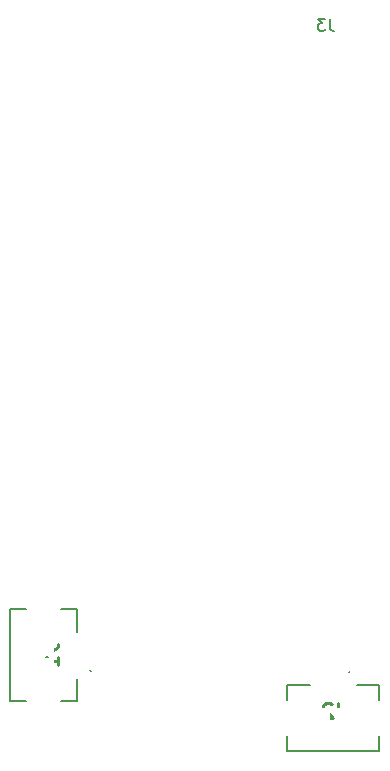
<source format=gbo>
%TF.GenerationSoftware,KiCad,Pcbnew,5.1.8-5.1.8*%
%TF.CreationDate,2022-01-13T22:28:20+01:00*%
%TF.ProjectId,usb_binary_clk,7573625f-6269-46e6-9172-795f636c6b2e,rev?*%
%TF.SameCoordinates,Original*%
%TF.FileFunction,Legend,Bot*%
%TF.FilePolarity,Positive*%
%FSLAX46Y46*%
G04 Gerber Fmt 4.6, Leading zero omitted, Abs format (unit mm)*
G04 Created by KiCad (PCBNEW 5.1.8-5.1.8) date 2022-01-13 22:28:20*
%MOMM*%
%LPD*%
G01*
G04 APERTURE LIST*
%ADD10C,0.100000*%
%ADD11C,0.200000*%
%ADD12C,0.150000*%
%ADD13C,0.254000*%
%ADD14C,0.010000*%
%ADD15C,2.000000*%
%ADD16C,1.800000*%
%ADD17R,1.800000X1.800000*%
%ADD18O,1.600000X1.600000*%
%ADD19C,1.600000*%
%ADD20R,0.400000X1.350000*%
%ADD21R,1.900000X1.900000*%
%ADD22R,1.350000X0.400000*%
%ADD23C,10.200000*%
%ADD24R,2.500000X5.100000*%
%ADD25C,1.000000*%
%ADD26R,1.600000X1.600000*%
G04 APERTURE END LIST*
D10*
X154970000Y-97854000D02*
X154970000Y-97854000D01*
X154970000Y-97954000D02*
X154970000Y-97954000D01*
D11*
X149770000Y-99039000D02*
X149770000Y-100354000D01*
X151670000Y-99039000D02*
X149770000Y-99039000D01*
X157570000Y-99039000D02*
X155670000Y-99039000D01*
X157570000Y-100354000D02*
X157570000Y-99039000D01*
X149770000Y-104669000D02*
X149770000Y-103354000D01*
X157570000Y-104669000D02*
X149770000Y-104669000D01*
X157570000Y-103354000D02*
X157570000Y-104669000D01*
D10*
X154970000Y-97854000D02*
G75*
G03*
X154970000Y-97954000I0J-50000D01*
G01*
X154970000Y-97954000D02*
G75*
G03*
X154970000Y-97854000I0J50000D01*
G01*
X133159000Y-97820000D02*
X133159000Y-97820000D01*
X133059000Y-97820000D02*
X133059000Y-97820000D01*
D11*
X131974000Y-92620000D02*
X130659000Y-92620000D01*
X131974000Y-94520000D02*
X131974000Y-92620000D01*
X131974000Y-100420000D02*
X131974000Y-98520000D01*
X130659000Y-100420000D02*
X131974000Y-100420000D01*
X126344000Y-92620000D02*
X127659000Y-92620000D01*
X126344000Y-100420000D02*
X126344000Y-92620000D01*
X127659000Y-100420000D02*
X126344000Y-100420000D01*
D10*
X133159000Y-97820000D02*
G75*
G03*
X133059000Y-97820000I-50000J0D01*
G01*
X133059000Y-97820000D02*
G75*
G03*
X133159000Y-97820000I50000J0D01*
G01*
D12*
X153368333Y-42632380D02*
X153368333Y-43346666D01*
X153415952Y-43489523D01*
X153511190Y-43584761D01*
X153654047Y-43632380D01*
X153749285Y-43632380D01*
X152987380Y-42632380D02*
X152368333Y-42632380D01*
X152701666Y-43013333D01*
X152558809Y-43013333D01*
X152463571Y-43060952D01*
X152415952Y-43108571D01*
X152368333Y-43203809D01*
X152368333Y-43441904D01*
X152415952Y-43537142D01*
X152463571Y-43584761D01*
X152558809Y-43632380D01*
X152844523Y-43632380D01*
X152939761Y-43584761D01*
X152987380Y-43537142D01*
D13*
X154093333Y-100565523D02*
X154093333Y-101472666D01*
X154153809Y-101654095D01*
X154274761Y-101775047D01*
X154456190Y-101835523D01*
X154577142Y-101835523D01*
X153549047Y-100686476D02*
X153488571Y-100626000D01*
X153367619Y-100565523D01*
X153065238Y-100565523D01*
X152944285Y-100626000D01*
X152883809Y-100686476D01*
X152823333Y-100807428D01*
X152823333Y-100928380D01*
X152883809Y-101109809D01*
X153609523Y-101835523D01*
X152823333Y-101835523D01*
X129056523Y-96096666D02*
X129963666Y-96096666D01*
X130145095Y-96036190D01*
X130266047Y-95915238D01*
X130326523Y-95733809D01*
X130326523Y-95612857D01*
X130326523Y-97366666D02*
X130326523Y-96640952D01*
X130326523Y-97003809D02*
X129056523Y-97003809D01*
X129237952Y-96882857D01*
X129358904Y-96761904D01*
X129419380Y-96640952D01*
D12*
X138580714Y-44513571D02*
X138437857Y-44561190D01*
X138390238Y-44608809D01*
X138342619Y-44704047D01*
X138342619Y-44846904D01*
X138390238Y-44942142D01*
X138437857Y-44989761D01*
X138533095Y-45037380D01*
X138914047Y-45037380D01*
X138914047Y-44037380D01*
X138580714Y-44037380D01*
X138485476Y-44085000D01*
X138437857Y-44132619D01*
X138390238Y-44227857D01*
X138390238Y-44323095D01*
X138437857Y-44418333D01*
X138485476Y-44465952D01*
X138580714Y-44513571D01*
X138914047Y-44513571D01*
X138056904Y-44037380D02*
X137485476Y-44037380D01*
X137771190Y-45037380D02*
X137771190Y-44037380D01*
X136628333Y-45037380D02*
X137199761Y-45037380D01*
X136914047Y-45037380D02*
X136914047Y-44037380D01*
X137009285Y-44180238D01*
X137104523Y-44275476D01*
X137199761Y-44323095D01*
%LPC*%
D14*
G36*
X171577000Y-52451000D02*
G01*
X175641000Y-52451000D01*
X175641000Y-48967572D01*
X175060428Y-48967572D01*
X175060428Y-51870429D01*
X172157571Y-51870429D01*
X172157571Y-48967572D01*
X175060428Y-48967572D01*
X175641000Y-48967572D01*
X175641000Y-48387000D01*
X171577000Y-48387000D01*
X171577000Y-52451000D01*
G37*
X171577000Y-52451000D02*
X175641000Y-52451000D01*
X175641000Y-48967572D01*
X175060428Y-48967572D01*
X175060428Y-51870429D01*
X172157571Y-51870429D01*
X172157571Y-48967572D01*
X175060428Y-48967572D01*
X175641000Y-48967572D01*
X175641000Y-48387000D01*
X171577000Y-48387000D01*
X171577000Y-52451000D01*
G36*
X164029571Y-47806429D02*
G01*
X163449000Y-47806429D01*
X163449000Y-48387000D01*
X164029571Y-48387000D01*
X164029571Y-49548143D01*
X165771285Y-49548143D01*
X165771285Y-48387000D01*
X166351857Y-48387000D01*
X166351857Y-49548143D01*
X166932428Y-49548143D01*
X166932428Y-50709286D01*
X167513000Y-50709286D01*
X167513000Y-51870429D01*
X168093571Y-51870429D01*
X168093571Y-52451000D01*
X169254714Y-52451000D01*
X169254714Y-51289857D01*
X169835285Y-51289857D01*
X169835285Y-50709286D01*
X170415857Y-50709286D01*
X170415857Y-51870429D01*
X169835285Y-51870429D01*
X169835285Y-52451000D01*
X170996428Y-52451000D01*
X170996428Y-49548143D01*
X170415857Y-49548143D01*
X170415857Y-50128715D01*
X169835285Y-50128715D01*
X169835285Y-49548143D01*
X168674143Y-49548143D01*
X168674143Y-50128715D01*
X169254714Y-50128715D01*
X169254714Y-50709286D01*
X168093571Y-50709286D01*
X168093571Y-50128715D01*
X167513000Y-50128715D01*
X167513000Y-49548143D01*
X168093571Y-49548143D01*
X168093571Y-48967572D01*
X169254714Y-48967572D01*
X169254714Y-48387000D01*
X168093571Y-48387000D01*
X168093571Y-48967572D01*
X167513000Y-48967572D01*
X167513000Y-49548143D01*
X166932428Y-49548143D01*
X166932428Y-48387000D01*
X168093571Y-48387000D01*
X168093571Y-47806429D01*
X167513000Y-47806429D01*
X167513000Y-47225857D01*
X166932428Y-47225857D01*
X166932428Y-47806429D01*
X166351857Y-47806429D01*
X166351857Y-47225857D01*
X165771285Y-47225857D01*
X165771285Y-48387000D01*
X164610143Y-48387000D01*
X164610143Y-47225857D01*
X165771285Y-47225857D01*
X165771285Y-46645286D01*
X164610143Y-46645286D01*
X164610143Y-46064715D01*
X164029571Y-46064715D01*
X164029571Y-47806429D01*
G37*
X164029571Y-47806429D02*
X163449000Y-47806429D01*
X163449000Y-48387000D01*
X164029571Y-48387000D01*
X164029571Y-49548143D01*
X165771285Y-49548143D01*
X165771285Y-48387000D01*
X166351857Y-48387000D01*
X166351857Y-49548143D01*
X166932428Y-49548143D01*
X166932428Y-50709286D01*
X167513000Y-50709286D01*
X167513000Y-51870429D01*
X168093571Y-51870429D01*
X168093571Y-52451000D01*
X169254714Y-52451000D01*
X169254714Y-51289857D01*
X169835285Y-51289857D01*
X169835285Y-50709286D01*
X170415857Y-50709286D01*
X170415857Y-51870429D01*
X169835285Y-51870429D01*
X169835285Y-52451000D01*
X170996428Y-52451000D01*
X170996428Y-49548143D01*
X170415857Y-49548143D01*
X170415857Y-50128715D01*
X169835285Y-50128715D01*
X169835285Y-49548143D01*
X168674143Y-49548143D01*
X168674143Y-50128715D01*
X169254714Y-50128715D01*
X169254714Y-50709286D01*
X168093571Y-50709286D01*
X168093571Y-50128715D01*
X167513000Y-50128715D01*
X167513000Y-49548143D01*
X168093571Y-49548143D01*
X168093571Y-48967572D01*
X169254714Y-48967572D01*
X169254714Y-48387000D01*
X168093571Y-48387000D01*
X168093571Y-48967572D01*
X167513000Y-48967572D01*
X167513000Y-49548143D01*
X166932428Y-49548143D01*
X166932428Y-48387000D01*
X168093571Y-48387000D01*
X168093571Y-47806429D01*
X167513000Y-47806429D01*
X167513000Y-47225857D01*
X166932428Y-47225857D01*
X166932428Y-47806429D01*
X166351857Y-47806429D01*
X166351857Y-47225857D01*
X165771285Y-47225857D01*
X165771285Y-48387000D01*
X164610143Y-48387000D01*
X164610143Y-47225857D01*
X165771285Y-47225857D01*
X165771285Y-46645286D01*
X164610143Y-46645286D01*
X164610143Y-46064715D01*
X164029571Y-46064715D01*
X164029571Y-47806429D01*
G36*
X166351857Y-52451000D02*
G01*
X167513000Y-52451000D01*
X167513000Y-51870429D01*
X166351857Y-51870429D01*
X166351857Y-52451000D01*
G37*
X166351857Y-52451000D02*
X167513000Y-52451000D01*
X167513000Y-51870429D01*
X166351857Y-51870429D01*
X166351857Y-52451000D01*
G36*
X169835285Y-44323000D02*
G01*
X169835285Y-45484143D01*
X169254714Y-45484143D01*
X168674143Y-45484143D01*
X168674143Y-46064715D01*
X167513000Y-46064715D01*
X167513000Y-45484143D01*
X168674143Y-45484143D01*
X169254714Y-45484143D01*
X169254714Y-44323000D01*
X169835285Y-44323000D01*
X169835285Y-43742429D01*
X169254714Y-43742429D01*
X169254714Y-44323000D01*
X168674143Y-44323000D01*
X168674143Y-43161857D01*
X168093571Y-43161857D01*
X168093571Y-44903572D01*
X167513000Y-44903572D01*
X167513000Y-45484143D01*
X166932428Y-45484143D01*
X166932428Y-44903572D01*
X166351857Y-44903572D01*
X166351857Y-45484143D01*
X165771285Y-45484143D01*
X165771285Y-44903572D01*
X165190714Y-44903572D01*
X165190714Y-46064715D01*
X167513000Y-46064715D01*
X167513000Y-47225857D01*
X168093571Y-47225857D01*
X168093571Y-47806429D01*
X168674143Y-47806429D01*
X168674143Y-47225857D01*
X169254714Y-47225857D01*
X169254714Y-48387000D01*
X169835285Y-48387000D01*
X169835285Y-48967572D01*
X170996428Y-48967572D01*
X170996428Y-47806429D01*
X170415857Y-47806429D01*
X170415857Y-48387000D01*
X169835285Y-48387000D01*
X169835285Y-47806429D01*
X170415857Y-47806429D01*
X170415857Y-47225857D01*
X169835285Y-47225857D01*
X169835285Y-46645286D01*
X169254714Y-46645286D01*
X169254714Y-46064715D01*
X169835285Y-46064715D01*
X169835285Y-45484143D01*
X170415857Y-45484143D01*
X170415857Y-46645286D01*
X170996428Y-46645286D01*
X170996428Y-47225857D01*
X171577000Y-47225857D01*
X171577000Y-47806429D01*
X172157571Y-47806429D01*
X172157571Y-47225857D01*
X172738143Y-47225857D01*
X172738143Y-47806429D01*
X173318714Y-47806429D01*
X173318714Y-47225857D01*
X172738143Y-47225857D01*
X172738143Y-46645286D01*
X173318714Y-46645286D01*
X173318714Y-47225857D01*
X173899285Y-47225857D01*
X173899285Y-47806429D01*
X174479857Y-47806429D01*
X174479857Y-46645286D01*
X175060428Y-46645286D01*
X175060428Y-45484143D01*
X174479857Y-45484143D01*
X174479857Y-46645286D01*
X173318714Y-46645286D01*
X173318714Y-46064715D01*
X173899285Y-46064715D01*
X173899285Y-45484143D01*
X174479857Y-45484143D01*
X175060428Y-45484143D01*
X175641000Y-45484143D01*
X175641000Y-44903572D01*
X172738143Y-44903572D01*
X172738143Y-46645286D01*
X172157571Y-46645286D01*
X172157571Y-47225857D01*
X171577000Y-47225857D01*
X171577000Y-46645286D01*
X172157571Y-46645286D01*
X172157571Y-46064715D01*
X171577000Y-46064715D01*
X171577000Y-45484143D01*
X172157571Y-45484143D01*
X172157571Y-44903572D01*
X170415857Y-44903572D01*
X170415857Y-44323000D01*
X169835285Y-44323000D01*
G37*
X169835285Y-44323000D02*
X169835285Y-45484143D01*
X169254714Y-45484143D01*
X168674143Y-45484143D01*
X168674143Y-46064715D01*
X167513000Y-46064715D01*
X167513000Y-45484143D01*
X168674143Y-45484143D01*
X169254714Y-45484143D01*
X169254714Y-44323000D01*
X169835285Y-44323000D01*
X169835285Y-43742429D01*
X169254714Y-43742429D01*
X169254714Y-44323000D01*
X168674143Y-44323000D01*
X168674143Y-43161857D01*
X168093571Y-43161857D01*
X168093571Y-44903572D01*
X167513000Y-44903572D01*
X167513000Y-45484143D01*
X166932428Y-45484143D01*
X166932428Y-44903572D01*
X166351857Y-44903572D01*
X166351857Y-45484143D01*
X165771285Y-45484143D01*
X165771285Y-44903572D01*
X165190714Y-44903572D01*
X165190714Y-46064715D01*
X167513000Y-46064715D01*
X167513000Y-47225857D01*
X168093571Y-47225857D01*
X168093571Y-47806429D01*
X168674143Y-47806429D01*
X168674143Y-47225857D01*
X169254714Y-47225857D01*
X169254714Y-48387000D01*
X169835285Y-48387000D01*
X169835285Y-48967572D01*
X170996428Y-48967572D01*
X170996428Y-47806429D01*
X170415857Y-47806429D01*
X170415857Y-48387000D01*
X169835285Y-48387000D01*
X169835285Y-47806429D01*
X170415857Y-47806429D01*
X170415857Y-47225857D01*
X169835285Y-47225857D01*
X169835285Y-46645286D01*
X169254714Y-46645286D01*
X169254714Y-46064715D01*
X169835285Y-46064715D01*
X169835285Y-45484143D01*
X170415857Y-45484143D01*
X170415857Y-46645286D01*
X170996428Y-46645286D01*
X170996428Y-47225857D01*
X171577000Y-47225857D01*
X171577000Y-47806429D01*
X172157571Y-47806429D01*
X172157571Y-47225857D01*
X172738143Y-47225857D01*
X172738143Y-47806429D01*
X173318714Y-47806429D01*
X173318714Y-47225857D01*
X172738143Y-47225857D01*
X172738143Y-46645286D01*
X173318714Y-46645286D01*
X173318714Y-47225857D01*
X173899285Y-47225857D01*
X173899285Y-47806429D01*
X174479857Y-47806429D01*
X174479857Y-46645286D01*
X175060428Y-46645286D01*
X175060428Y-45484143D01*
X174479857Y-45484143D01*
X174479857Y-46645286D01*
X173318714Y-46645286D01*
X173318714Y-46064715D01*
X173899285Y-46064715D01*
X173899285Y-45484143D01*
X174479857Y-45484143D01*
X175060428Y-45484143D01*
X175641000Y-45484143D01*
X175641000Y-44903572D01*
X172738143Y-44903572D01*
X172738143Y-46645286D01*
X172157571Y-46645286D01*
X172157571Y-47225857D01*
X171577000Y-47225857D01*
X171577000Y-46645286D01*
X172157571Y-46645286D01*
X172157571Y-46064715D01*
X171577000Y-46064715D01*
X171577000Y-45484143D01*
X172157571Y-45484143D01*
X172157571Y-44903572D01*
X170415857Y-44903572D01*
X170415857Y-44323000D01*
X169835285Y-44323000D01*
G36*
X164610143Y-45484143D02*
G01*
X164610143Y-44903572D01*
X164029571Y-44903572D01*
X164029571Y-45484143D01*
X164610143Y-45484143D01*
G37*
X164610143Y-45484143D02*
X164610143Y-44903572D01*
X164029571Y-44903572D01*
X164029571Y-45484143D01*
X164610143Y-45484143D01*
G36*
X164029571Y-45484143D02*
G01*
X163449000Y-45484143D01*
X163449000Y-46064715D01*
X164029571Y-46064715D01*
X164029571Y-45484143D01*
G37*
X164029571Y-45484143D02*
X163449000Y-45484143D01*
X163449000Y-46064715D01*
X164029571Y-46064715D01*
X164029571Y-45484143D01*
G36*
X170996428Y-44323000D02*
G01*
X170996428Y-43161857D01*
X170415857Y-43161857D01*
X170415857Y-44323000D01*
X170996428Y-44323000D01*
G37*
X170996428Y-44323000D02*
X170996428Y-43161857D01*
X170415857Y-43161857D01*
X170415857Y-44323000D01*
X170996428Y-44323000D01*
G36*
X164029571Y-51870429D02*
G01*
X164029571Y-52451000D01*
X164610143Y-52451000D01*
X164610143Y-51870429D01*
X164029571Y-51870429D01*
G37*
X164029571Y-51870429D02*
X164029571Y-52451000D01*
X164610143Y-52451000D01*
X164610143Y-51870429D01*
X164029571Y-51870429D01*
G36*
X166351857Y-50709286D02*
G01*
X166351857Y-50128715D01*
X165771285Y-50128715D01*
X165771285Y-50709286D01*
X166351857Y-50709286D01*
G37*
X166351857Y-50709286D02*
X166351857Y-50128715D01*
X165771285Y-50128715D01*
X165771285Y-50709286D01*
X166351857Y-50709286D01*
G36*
X165771285Y-51870429D02*
G01*
X165771285Y-50709286D01*
X165190714Y-50709286D01*
X165190714Y-51289857D01*
X164610143Y-51289857D01*
X164610143Y-51870429D01*
X165771285Y-51870429D01*
G37*
X165771285Y-51870429D02*
X165771285Y-50709286D01*
X165190714Y-50709286D01*
X165190714Y-51289857D01*
X164610143Y-51289857D01*
X164610143Y-51870429D01*
X165771285Y-51870429D01*
G36*
X164029571Y-50709286D02*
G01*
X164610143Y-50709286D01*
X164610143Y-50128715D01*
X164029571Y-50128715D01*
X164029571Y-50709286D01*
G37*
X164029571Y-50709286D02*
X164610143Y-50709286D01*
X164610143Y-50128715D01*
X164029571Y-50128715D01*
X164029571Y-50709286D01*
G36*
X171577000Y-44323000D02*
G01*
X175641000Y-44323000D01*
X175641000Y-40839572D01*
X175060428Y-40839572D01*
X175060428Y-43742429D01*
X172157571Y-43742429D01*
X172157571Y-40839572D01*
X175060428Y-40839572D01*
X175641000Y-40839572D01*
X175641000Y-40259000D01*
X171577000Y-40259000D01*
X171577000Y-44323000D01*
G37*
X171577000Y-44323000D02*
X175641000Y-44323000D01*
X175641000Y-40839572D01*
X175060428Y-40839572D01*
X175060428Y-43742429D01*
X172157571Y-43742429D01*
X172157571Y-40839572D01*
X175060428Y-40839572D01*
X175641000Y-40839572D01*
X175641000Y-40259000D01*
X171577000Y-40259000D01*
X171577000Y-44323000D01*
G36*
X163449000Y-44323000D02*
G01*
X167513000Y-44323000D01*
X167513000Y-40839572D01*
X166932428Y-40839572D01*
X166932428Y-43742429D01*
X164029571Y-43742429D01*
X164029571Y-40839572D01*
X166932428Y-40839572D01*
X167513000Y-40839572D01*
X167513000Y-40259000D01*
X163449000Y-40259000D01*
X163449000Y-44323000D01*
G37*
X163449000Y-44323000D02*
X167513000Y-44323000D01*
X167513000Y-40839572D01*
X166932428Y-40839572D01*
X166932428Y-43742429D01*
X164029571Y-43742429D01*
X164029571Y-40839572D01*
X166932428Y-40839572D01*
X167513000Y-40839572D01*
X167513000Y-40259000D01*
X163449000Y-40259000D01*
X163449000Y-44323000D01*
G36*
X168674143Y-42581286D02*
G01*
X170996428Y-42581286D01*
X170996428Y-42000715D01*
X168674143Y-42000715D01*
X168674143Y-42581286D01*
G37*
X168674143Y-42581286D02*
X170996428Y-42581286D01*
X170996428Y-42000715D01*
X168674143Y-42000715D01*
X168674143Y-42581286D01*
G36*
X169835285Y-41420143D02*
G01*
X170996428Y-41420143D01*
X170996428Y-40839572D01*
X169835285Y-40839572D01*
X169835285Y-41420143D01*
G37*
X169835285Y-41420143D02*
X170996428Y-41420143D01*
X170996428Y-40839572D01*
X169835285Y-40839572D01*
X169835285Y-41420143D01*
G36*
X168093571Y-41420143D02*
G01*
X169254714Y-41420143D01*
X169254714Y-40839572D01*
X168093571Y-40839572D01*
X168093571Y-41420143D01*
G37*
X168093571Y-41420143D02*
X169254714Y-41420143D01*
X169254714Y-40839572D01*
X168093571Y-40839572D01*
X168093571Y-41420143D01*
G36*
X172738143Y-51289857D02*
G01*
X174479857Y-51289857D01*
X174479857Y-49548143D01*
X172738143Y-49548143D01*
X172738143Y-51289857D01*
G37*
X172738143Y-51289857D02*
X174479857Y-51289857D01*
X174479857Y-49548143D01*
X172738143Y-49548143D01*
X172738143Y-51289857D01*
G36*
X172738143Y-43161857D02*
G01*
X174479857Y-43161857D01*
X174479857Y-41420143D01*
X172738143Y-41420143D01*
X172738143Y-43161857D01*
G37*
X172738143Y-43161857D02*
X174479857Y-43161857D01*
X174479857Y-41420143D01*
X172738143Y-41420143D01*
X172738143Y-43161857D01*
G36*
X164610143Y-43161857D02*
G01*
X166351857Y-43161857D01*
X166351857Y-41420143D01*
X164610143Y-41420143D01*
X164610143Y-43161857D01*
G37*
X164610143Y-43161857D02*
X166351857Y-43161857D01*
X166351857Y-41420143D01*
X164610143Y-41420143D01*
X164610143Y-43161857D01*
D15*
X172010000Y-59400000D03*
X172010000Y-54900000D03*
X178510000Y-59400000D03*
X178510000Y-54900000D03*
X172010000Y-70830000D03*
X172010000Y-66330000D03*
X178510000Y-70830000D03*
X178510000Y-66330000D03*
X172010000Y-82260000D03*
X172010000Y-77760000D03*
X178510000Y-82260000D03*
X178510000Y-77760000D03*
D16*
X166370000Y-87630000D03*
D17*
X163830000Y-87630000D03*
D18*
X132080000Y-91440000D03*
D19*
X132080000Y-101600000D03*
D15*
X153035000Y-45085000D03*
X153035000Y-47625000D03*
X158115000Y-47625000D03*
X158115000Y-45085000D03*
X155575000Y-45085000D03*
X155575000Y-47625000D03*
D18*
X148590000Y-99060000D03*
D19*
X158750000Y-99060000D03*
D18*
X179070000Y-62865000D03*
D19*
X171450000Y-62865000D03*
D18*
X179070000Y-74295000D03*
D19*
X171450000Y-74295000D03*
D18*
X137160000Y-80010000D03*
D19*
X129540000Y-80010000D03*
D18*
X179070000Y-85725000D03*
D19*
X171450000Y-85725000D03*
D18*
X137160000Y-72390000D03*
D19*
X129540000Y-72390000D03*
D18*
X137160000Y-87630000D03*
D19*
X129540000Y-87630000D03*
D18*
X137160000Y-64770000D03*
D19*
X129540000Y-64770000D03*
D18*
X137160000Y-57150000D03*
D19*
X129540000Y-57150000D03*
D20*
X154970000Y-99214000D03*
X152370000Y-99214000D03*
X154320000Y-99214000D03*
X153670000Y-99214000D03*
X153020000Y-99214000D03*
D21*
X157620000Y-101889000D03*
X154870000Y-101889000D03*
X152470000Y-101889000D03*
X149720000Y-101889000D03*
D22*
X131799000Y-97820000D03*
X131799000Y-95220000D03*
X131799000Y-97170000D03*
X131799000Y-96520000D03*
X131799000Y-95870000D03*
D21*
X129124000Y-100470000D03*
X129124000Y-97720000D03*
X129124000Y-95320000D03*
X129124000Y-92570000D03*
D23*
X137795000Y-45085000D03*
D24*
X130145000Y-45085000D03*
X145445000Y-45085000D03*
D16*
X143510000Y-72390000D03*
D17*
X140970000Y-72390000D03*
D16*
X166370000Y-80010000D03*
D17*
X163830000Y-80010000D03*
D16*
X158750000Y-80010000D03*
D17*
X156210000Y-80010000D03*
D16*
X151130000Y-80010000D03*
D17*
X148590000Y-80010000D03*
D16*
X143510000Y-80010000D03*
D17*
X140970000Y-80010000D03*
D16*
X166370000Y-72390000D03*
D17*
X163830000Y-72390000D03*
D16*
X158750000Y-72390000D03*
D17*
X156210000Y-72390000D03*
D16*
X151130000Y-72390000D03*
D17*
X148590000Y-72390000D03*
D16*
X166370000Y-64770000D03*
D17*
X163830000Y-64770000D03*
D16*
X158750000Y-64770000D03*
D17*
X156210000Y-64770000D03*
D16*
X151130000Y-64770000D03*
D17*
X148590000Y-64770000D03*
D16*
X143510000Y-64770000D03*
D17*
X140970000Y-64770000D03*
D16*
X166370000Y-57150000D03*
D17*
X163830000Y-57150000D03*
D16*
X158750000Y-57150000D03*
D17*
X156210000Y-57150000D03*
D16*
X151130000Y-57150000D03*
D17*
X148590000Y-57150000D03*
D16*
X143510000Y-57150000D03*
D17*
X140970000Y-57150000D03*
D25*
X147320000Y-88900000D03*
X147320000Y-86360000D03*
D19*
X162560000Y-100330000D03*
D18*
X177800000Y-92710000D03*
X165100000Y-100330000D03*
X175260000Y-92710000D03*
X167640000Y-100330000D03*
X172720000Y-92710000D03*
X170180000Y-100330000D03*
X170180000Y-92710000D03*
X172720000Y-100330000D03*
X167640000Y-92710000D03*
X175260000Y-100330000D03*
X165100000Y-92710000D03*
X177800000Y-100330000D03*
X162560000Y-92710000D03*
D26*
X144780000Y-92710000D03*
D18*
X137160000Y-100330000D03*
X142240000Y-92710000D03*
X139700000Y-100330000D03*
X139700000Y-92710000D03*
X142240000Y-100330000D03*
X137160000Y-92710000D03*
X144780000Y-100330000D03*
D19*
X151210000Y-95885000D03*
X156210000Y-95885000D03*
X144700000Y-86360000D03*
X139700000Y-86360000D03*
X139700000Y-89154000D03*
X144700000Y-89154000D03*
X151210000Y-92710000D03*
X156210000Y-92710000D03*
M02*

</source>
